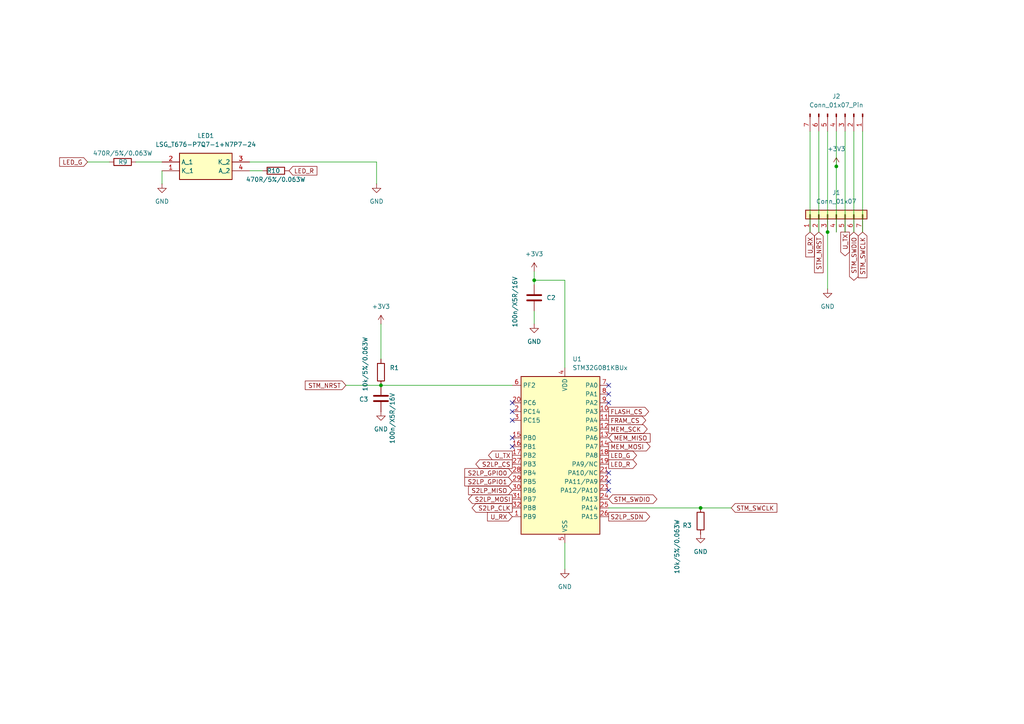
<source format=kicad_sch>
(kicad_sch (version 20231120) (generator "eeschema") (generator_version "8.0")
  (paper "A4")
  (lib_symbols
    (symbol "Connector:Conn_01x07_Pin" (pin_names (offset 1.016) hide)
      (property "Reference" "J" (at 0 10.16 0))
      (property "Value" "Conn_01x07_Pin" (at 0 -10.16 0))
      (symbol "Conn_01x07_Pin_1_1"
        (polyline (pts (xy 1.27 -7.62) (xy 0.8636 -7.62)) (stroke (width 0.1524)))
        (polyline (pts (xy 1.27 -5.08) (xy 0.8636 -5.08)) (stroke (width 0.1524)))
        (polyline (pts (xy 1.27 -2.54) (xy 0.8636 -2.54)) (stroke (width 0.1524)))
        (polyline (pts (xy 1.27 0) (xy 0.8636 0)) (stroke (width 0.1524)))
        (polyline (pts (xy 1.27 2.54) (xy 0.8636 2.54)) (stroke (width 0.1524)))
        (polyline (pts (xy 1.27 5.08) (xy 0.8636 5.08)) (stroke (width 0.1524)))
        (polyline (pts (xy 1.27 7.62) (xy 0.8636 7.62)) (stroke (width 0.1524)))
        (rectangle (start 0.8636 -7.493) (end 0 -7.747) (stroke (width 0.1524)) (fill (type outline)))
        (rectangle (start 0.8636 -4.953) (end 0 -5.207) (stroke (width 0.1524)) (fill (type outline)))
        (rectangle (start 0.8636 -2.413) (end 0 -2.667) (stroke (width 0.1524)) (fill (type outline)))
        (rectangle (start 0.8636 0.127) (end 0 -0.127) (stroke (width 0.1524)) (fill (type outline)))
        (rectangle (start 0.8636 2.667) (end 0 2.413) (stroke (width 0.1524)) (fill (type outline)))
        (rectangle (start 0.8636 5.207) (end 0 4.953) (stroke (width 0.1524)) (fill (type outline)))
        (rectangle (start 0.8636 7.747) (end 0 7.493) (stroke (width 0.1524)) (fill (type outline)))
        (pin passive line (at 5.08 7.62 180) (length 3.81) (name "Pin_1") (number "1"))
        (pin passive line (at 5.08 5.08 180) (length 3.81) (name "Pin_2") (number "2"))
        (pin passive line (at 5.08 2.54 180) (length 3.81) (name "Pin_3") (number "3"))
        (pin passive line (at 5.08 0 180) (length 3.81) (name "Pin_4") (number "4"))
        (pin passive line (at 5.08 -2.54 180) (length 3.81) (name "Pin_5") (number "5"))
        (pin passive line (at 5.08 -5.08 180) (length 3.81) (name "Pin_6") (number "6"))
        (pin passive line (at 5.08 -7.62 180) (length 3.81) (name "Pin_7") (number "7"))
      )
    )
    (symbol "Connector_Generic:Conn_01x07" (pin_names (offset 1.016) hide)
      (property "Reference" "J" (at 0 10.16 0))
      (property "Value" "Conn_01x07" (at 0 -10.16 0))
      (symbol "Conn_01x07_1_1"
        (rectangle (start -1.27 -7.493) (end 0 -7.747) (stroke (width 0.1524)))
        (rectangle (start -1.27 -4.953) (end 0 -5.207) (stroke (width 0.1524)))
        (rectangle (start -1.27 -2.413) (end 0 -2.667) (stroke (width 0.1524)))
        (rectangle (start -1.27 0.127) (end 0 -0.127) (stroke (width 0.1524)))
        (rectangle (start -1.27 2.667) (end 0 2.413) (stroke (width 0.1524)))
        (rectangle (start -1.27 5.207) (end 0 4.953) (stroke (width 0.1524)))
        (rectangle (start -1.27 7.747) (end 0 7.493) (stroke (width 0.1524)))
        (rectangle (start -1.27 8.89) (end 1.27 -8.89) (stroke (width 0.254)) (fill (type background)))
        (pin passive line (at -5.08 7.62 0) (length 3.81) (name "Pin_1") (number "1"))
        (pin passive line (at -5.08 5.08 0) (length 3.81) (name "Pin_2") (number "2"))
        (pin passive line (at -5.08 2.54 0) (length 3.81) (name "Pin_3") (number "3"))
        (pin passive line (at -5.08 0 0) (length 3.81) (name "Pin_4") (number "4"))
        (pin passive line (at -5.08 -2.54 0) (length 3.81) (name "Pin_5") (number "5"))
        (pin passive line (at -5.08 -5.08 0) (length 3.81) (name "Pin_6") (number "6"))
        (pin passive line (at -5.08 -7.62 0) (length 3.81) (name "Pin_7") (number "7"))
      )
    )
    (symbol "Device:C" (pin_numbers hide) (pin_names (offset 0.254))
      (property "Reference" "C" (at 0.635 2.54 0))
      (property "Value" "C" (at 0.635 -2.54 0))
      (symbol "C_0_1"
        (polyline (pts (xy -2.032 -0.762) (xy 2.032 -0.762)) (stroke (width 0.508)))
        (polyline (pts (xy -2.032 0.762) (xy 2.032 0.762)) (stroke (width 0.508)))
      )
      (symbol "C_1_1"
        (pin passive line (at 0 3.81 270) (length 2.794) (name "~") (number "1"))
        (pin passive line (at 0 -3.81 90) (length 2.794) (name "~") (number "2"))
      )
    )
    (symbol "Device:R" (pin_numbers hide) (pin_names (offset 0))
      (property "Reference" "R" (at 2.032 0 90))
      (property "Value" "R" (at 0 0 90))
      (symbol "R_0_1"
        (rectangle (start -1.016 -2.54) (end 1.016 2.54) (stroke (width 0.254)))
      )
      (symbol "R_1_1"
        (pin passive line (at 0 3.81 270) (length 1.27) (name "~") (number "1"))
        (pin passive line (at 0 -3.81 90) (length 1.27) (name "~") (number "2"))
      )
    )
    (symbol "LSG_T676-P7Q7-1+N7P7-24:LSG_T676-P7Q7-1+N7P7-24"
      (property "Reference" "LED" (at 21.59 7.62 0))
      (property "Value" "LSG_T676-P7Q7-1+N7P7-24" (at 21.59 5.08 0))
      (symbol "LSG_T676-P7Q7-1+N7P7-24_1_1"
        (rectangle (start 5.08 2.54) (end 20.32 -5.08) (stroke (width 0.254)) (fill (type background)))
        (pin passive line (at 0 -2.54 0) (length 5.08) (name "K_1") (number "1"))
        (pin passive line (at 0 0 0) (length 5.08) (name "A_1") (number "2"))
        (pin passive line (at 25.4 0 180) (length 5.08) (name "K_2") (number "3"))
        (pin passive line (at 25.4 -2.54 180) (length 5.08) (name "A_2") (number "4"))
      )
    )
    (symbol "MCU_ST_STM32G0:STM32G081KBUx"
      (property "Reference" "U" (at -10.16 24.13 0))
      (property "Value" "STM32G081KBUx" (at 5.08 24.13 0))
      (symbol "STM32G081KBUx_0_1"
        (rectangle (start -10.16 -22.86) (end 12.7 22.86) (stroke (width 0.254)) (fill (type background)))
      )
      (symbol "STM32G081KBUx_1_1"
        (pin bidirectional line (at -12.7 -17.78 0) (length 2.54) (name "PB9") (number "1"))
        (pin bidirectional line (at 15.24 12.7 180) (length 2.54) (name "PA3") (number "10"))
        (pin bidirectional line (at 15.24 10.16 180) (length 2.54) (name "PA4") (number "11"))
        (pin bidirectional line (at 15.24 7.62 180) (length 2.54) (name "PA5") (number "12"))
        (pin bidirectional line (at 15.24 5.08 180) (length 2.54) (name "PA6") (number "13"))
        (pin bidirectional line (at 15.24 2.54 180) (length 2.54) (name "PA7") (number "14"))
        (pin bidirectional line (at -12.7 5.08 0) (length 2.54) (name "PB0") (number "15"))
        (pin bidirectional line (at -12.7 2.54 0) (length 2.54) (name "PB1") (number "16"))
        (pin bidirectional line (at -12.7 0 0) (length 2.54) (name "PB2") (number "17"))
        (pin bidirectional line (at 15.24 0 180) (length 2.54) (name "PA8") (number "18"))
        (pin bidirectional line (at 15.24 -2.54 180) (length 2.54) (name "PA9/NC") (number "19"))
        (pin bidirectional line (at -12.7 12.7 0) (length 2.54) (name "PC14") (number "2"))
        (pin bidirectional line (at -12.7 15.24 0) (length 2.54) (name "PC6") (number "20"))
        (pin bidirectional line (at 15.24 -5.08 180) (length 2.54) (name "PA10/NC") (number "21"))
        (pin bidirectional line (at 15.24 -7.62 180) (length 2.54) (name "PA11/PA9") (number "22"))
        (pin bidirectional line (at 15.24 -10.16 180) (length 2.54) (name "PA12/PA10") (number "23"))
        (pin bidirectional line (at 15.24 -12.7 180) (length 2.54) (name "PA13") (number "24"))
        (pin bidirectional line (at 15.24 -15.24 180) (length 2.54) (name "PA14") (number "25"))
        (pin bidirectional line (at 15.24 -17.78 180) (length 2.54) (name "PA15") (number "26"))
        (pin bidirectional line (at -12.7 -2.54 0) (length 2.54) (name "PB3") (number "27"))
        (pin bidirectional line (at -12.7 -5.08 0) (length 2.54) (name "PB4") (number "28"))
        (pin bidirectional line (at -12.7 -7.62 0) (length 2.54) (name "PB5") (number "29"))
        (pin bidirectional line (at -12.7 10.16 0) (length 2.54) (name "PC15") (number "3"))
        (pin bidirectional line (at -12.7 -10.16 0) (length 2.54) (name "PB6") (number "30"))
        (pin bidirectional line (at -12.7 -12.7 0) (length 2.54) (name "PB7") (number "31"))
        (pin bidirectional line (at -12.7 -15.24 0) (length 2.54) (name "PB8") (number "32"))
        (pin passive line (at 2.54 -25.4 90) (length 2.54) hide (name "VSS") (number "33"))
        (pin power_in line (at 2.54 25.4 270) (length 2.54) (name "VDD") (number "4"))
        (pin power_in line (at 2.54 -25.4 90) (length 2.54) (name "VSS") (number "5"))
        (pin bidirectional line (at -12.7 20.32 0) (length 2.54) (name "PF2") (number "6"))
        (pin bidirectional line (at 15.24 20.32 180) (length 2.54) (name "PA0") (number "7"))
        (pin bidirectional line (at 15.24 17.78 180) (length 2.54) (name "PA1") (number "8"))
        (pin bidirectional line (at 15.24 15.24 180) (length 2.54) (name "PA2") (number "9"))
      )
    )
    (symbol "power:+3V3" (power) (pin_numbers hide) (pin_names (offset 0) hide)
      (property "Value" "+3V3" (at 0 3.556 0))
      (symbol "+3V3_0_1"
        (polyline (pts (xy -0.762 1.27) (xy 0 2.54)))
        (polyline (pts (xy 0 0) (xy 0 2.54)))
        (polyline (pts (xy 0 2.54) (xy 0.762 1.27)))
      )
      (symbol "+3V3_1_1"
        (pin power_in line (at 0 0 90) (length 0) (name "~") (number "1"))
      )
    )
    (symbol "power:GND" (power) (pin_numbers hide) (pin_names (offset 0) hide)
      (property "Value" "GND" (at 0 -3.81 0))
      (symbol "GND_0_1"
        (polyline (pts (xy 0 0) (xy 0 -1.27) (xy 1.27 -1.27) (xy 0 -2.54) (xy -1.27 -1.27) (xy 0 -1.27)))
      )
      (symbol "GND_1_1"
        (pin power_in line (at 0 0 270) (length 0) (name "~") (number "1"))
      )
    )
  )
  (junction (at 110.49 111.76))
  (junction (at 203.2 147.32))
  (junction (at 242.57 48.26))
  (junction (at 240.03 67.31))
  (junction (at 154.94 81.28))
  (no_connect (at 148.59 119.38))
  (no_connect (at 148.59 116.84))
  (no_connect (at 176.53 142.24))
  (no_connect (at 148.59 121.92))
  (no_connect (at 176.53 116.84))
  (no_connect (at 148.59 129.54))
  (no_connect (at 176.53 139.7))
  (no_connect (at 176.53 111.76))
  (no_connect (at 176.53 114.3))
  (no_connect (at 176.53 137.16))
  (no_connect (at 148.59 127))
  (wire (pts (xy 163.83 157.48) (xy 163.83 165.1)))
  (wire (pts (xy 240.03 67.31) (xy 240.03 83.82)))
  (wire (pts (xy 110.49 93.98) (xy 110.49 104.14)))
  (wire (pts (xy 203.2 147.32) (xy 212.09 147.32)))
  (wire (pts (xy 247.65 38.1) (xy 247.65 67.31)))
  (wire (pts (xy 237.49 38.1) (xy 237.49 67.31)))
  (wire (pts (xy 242.57 38.1) (xy 242.57 48.26)))
  (wire (pts (xy 110.49 111.76) (xy 148.59 111.76)))
  (wire (pts (xy 100.33 111.76) (xy 110.49 111.76)))
  (wire (pts (xy 154.94 90.17) (xy 154.94 93.98)))
  (wire (pts (xy 163.83 81.28) (xy 163.83 106.68)))
  (wire (pts (xy 245.11 38.1) (xy 245.11 67.31)))
  (wire (pts (xy 25.4 46.99) (xy 31.75 46.99)))
  (wire (pts (xy 109.22 46.99) (xy 109.22 53.34)))
  (wire (pts (xy 72.39 46.99) (xy 109.22 46.99)))
  (wire (pts (xy 39.37 46.99) (xy 46.99 46.99)))
  (wire (pts (xy 234.95 38.1) (xy 234.95 67.31)))
  (wire (pts (xy 240.03 38.1) (xy 240.03 67.31)))
  (wire (pts (xy 176.53 147.32) (xy 203.2 147.32)))
  (wire (pts (xy 46.99 49.53) (xy 46.99 53.34)))
  (wire (pts (xy 154.94 81.28) (xy 163.83 81.28)))
  (wire (pts (xy 154.94 78.74) (xy 154.94 81.28)))
  (wire (pts (xy 250.19 38.1) (xy 250.19 67.31)))
  (wire (pts (xy 72.39 49.53) (xy 76.2 49.53)))
  (wire (pts (xy 242.57 48.26) (xy 242.57 67.31)))
  (wire (pts (xy 154.94 81.28) (xy 154.94 82.55)))
  (global_label "FRAM_CS" (shape output) (at 176.53 121.92 0) (property "Intersheetrefs" "${INTERSHEET_REFS}" (effects (hide yes))))
  (global_label "MEM_MOSI" (shape output) (at 176.53 129.54 0) (property "Intersheetrefs" "${INTERSHEET_REFS}" (effects (hide yes))))
  (global_label "S2LP_CS" (shape output) (at 148.59 134.62 180) (property "Intersheetrefs" "${INTERSHEET_REFS}" (effects (hide yes))))
  (global_label "STM_NRST" (shape input) (at 100.33 111.76 180) (property "Intersheetrefs" "${INTERSHEET_REFS}" (effects (hide yes))))
  (global_label "S2LP_MOSI" (shape output) (at 148.59 144.78 180) (property "Intersheetrefs" "${INTERSHEET_REFS}" (effects (hide yes))))
  (global_label "S2LP_CLK" (shape output) (at 148.59 147.32 180) (property "Intersheetrefs" "${INTERSHEET_REFS}" (effects (hide yes))))
  (global_label "S2LP_GPIO1" (shape input) (at 148.59 139.7 180) (property "Intersheetrefs" "${INTERSHEET_REFS}" (effects (hide yes))))
  (global_label "STM_NRST" (shape input) (at 237.49 67.31 270) (property "Intersheetrefs" "${INTERSHEET_REFS}" (effects (hide yes))))
  (global_label "U_RX" (shape input) (at 234.95 67.31 270) (property "Intersheetrefs" "${INTERSHEET_REFS}" (effects (hide yes))))
  (global_label "LED_R" (shape input) (at 83.82 49.53 0) (property "Intersheetrefs" "${INTERSHEET_REFS}" (effects (hide yes))))
  (global_label "S2LP_GPIO0" (shape input) (at 148.59 137.16 180) (property "Intersheetrefs" "${INTERSHEET_REFS}" (effects (hide yes))))
  (global_label "LED_R" (shape output) (at 176.53 134.62 0) (property "Intersheetrefs" "${INTERSHEET_REFS}" (effects (hide yes))))
  (global_label "U_RX" (shape input) (at 148.59 149.86 180) (property "Intersheetrefs" "${INTERSHEET_REFS}" (effects (hide yes))))
  (global_label "U_TX" (shape output) (at 148.59 132.08 180) (property "Intersheetrefs" "${INTERSHEET_REFS}" (effects (hide yes))))
  (global_label "LED_G" (shape input) (at 25.4 46.99 180) (property "Intersheetrefs" "${INTERSHEET_REFS}" (effects (hide yes))))
  (global_label "STM_SWCLK" (shape input) (at 212.09 147.32 0) (property "Intersheetrefs" "${INTERSHEET_REFS}" (effects (hide yes))))
  (global_label "U_TX" (shape output) (at 245.11 67.31 270) (property "Intersheetrefs" "${INTERSHEET_REFS}" (effects (hide yes))))
  (global_label "S2LP_SDN" (shape output) (at 176.53 149.86 0) (property "Intersheetrefs" "${INTERSHEET_REFS}" (effects (hide yes))))
  (global_label "MEM_SCK" (shape output) (at 176.53 124.46 0) (property "Intersheetrefs" "${INTERSHEET_REFS}" (effects (hide yes))))
  (global_label "MEM_MISO" (shape input) (at 176.53 127 0) (property "Intersheetrefs" "${INTERSHEET_REFS}" (effects (hide yes))))
  (global_label "STM_SWCLK" (shape input) (at 250.19 67.31 270) (property "Intersheetrefs" "${INTERSHEET_REFS}" (effects (hide yes))))
  (global_label "STM_SWDIO" (shape bidirectional) (at 247.65 67.31 270) (property "Intersheetrefs" "${INTERSHEET_REFS}" (effects (hide yes))))
  (global_label "STM_SWDIO" (shape bidirectional) (at 176.53 144.78 0) (property "Intersheetrefs" "${INTERSHEET_REFS}" (effects (hide yes))))
  (global_label "S2LP_MISO" (shape input) (at 148.59 142.24 180) (property "Intersheetrefs" "${INTERSHEET_REFS}" (effects (hide yes))))
  (global_label "LED_G" (shape output) (at 176.53 132.08 0) (property "Intersheetrefs" "${INTERSHEET_REFS}" (effects (hide yes))))
  (global_label "FLASH_CS" (shape output) (at 176.53 119.38 0) (property "Intersheetrefs" "${INTERSHEET_REFS}" (effects (hide yes))))
  (symbol (lib_id "power:+3V3") (at 242.57 48.26 0) (unit 1)
    (property "Reference" "#PWR040" (effects (hide yes)))
    (property "Value" "+3V3" (at 242.57 43.18 0))
    (property "Description" "Power symbol creates a global label with name \"+3V3\"" (effects (hide yes)))
  )
  (symbol (lib_id "Device:R") (at 35.56 46.99 270) (unit 1)
    (property "Reference" "R9" (at 34.29 46.99 90) (effects (justify left)))
    (property "Value" "470R/5%/0.063W" (at 26.924 44.45 90) (effects (justify left)))
    (property "Footprint" "Resistor_SMD:R_0402_1005Metric" (effects (hide yes)))
    (property "Description" "Resistor" (effects (hide yes)))
  )
  (symbol (lib_id "power:GND") (at 109.22 53.34 0) (unit 1)
    (property "Reference" "#PWR037" (effects (hide yes)))
    (property "Value" "GND" (at 109.22 58.42 0))
    (property "Description" "Power symbol creates a global label with name \"GND\" , ground" (effects (hide yes)))
  )
  (symbol (lib_id "power:GND") (at 203.2 154.94 0) (unit 1)
    (property "Reference" "#PWR028" (effects (hide yes)))
    (property "Value" "GND" (at 203.2 160.02 0))
    (property "Description" "Power symbol creates a global label with name \"GND\" , ground" (effects (hide yes)))
  )
  (symbol (lib_id "power:+3V3") (at 110.49 93.98 0) (unit 1)
    (property "Reference" "#PWR03" (effects (hide yes)))
    (property "Value" "+3V3" (at 110.49 88.9 0))
    (property "Description" "Power symbol creates a global label with name \"+3V3\"" (effects (hide yes)))
  )
  (symbol (lib_id "Device:R") (at 203.2 151.13 180) (unit 1)
    (property "Reference" "R3" (at 200.66 152.4001 0) (effects (justify left)))
    (property "Value" "10k/5%/0.063W" (at 196.342 150.622 90) (effects (justify left)))
    (property "Footprint" "Resistor_SMD:R_0402_1005Metric" (effects (hide yes)))
    (property "Description" "Resistor" (effects (hide yes)))
  )
  (symbol (lib_id "Device:C") (at 110.49 115.57 0) (unit 1)
    (property "Reference" "C3" (at 104.14 115.824 0) (effects (justify left)))
    (property "Value" "100n/X5R/16V" (at 113.792 128.778 90) (effects (justify left)))
    (property "Footprint" "Capacitor_SMD:C_0402_1005Metric" (effects (hide yes)))
    (property "Description" "Unpolarized capacitor" (effects (hide yes)))
  )
  (symbol (lib_id "MCU_ST_STM32G0:STM32G081KBUx") (at 161.29 132.08 0) (unit 1)
    (property "Reference" "U1" (at 166.0241 104.14 0) (effects (justify left)))
    (property "Value" "STM32G081KBUx" (at 166.0241 106.68 0) (effects (justify left)))
    (property "Footprint" "Package_DFN_QFN:QFN-32-1EP_5x5mm_P0.5mm_EP3.45x3.45mm" (effects (hide yes)))
    (property "Datasheet" "https://www.st.com/resource/en/datasheet/stm32g081kb.pdf" (effects (hide yes)))
    (property "Description" "STMicroelectronics Arm Cortex-M0+ MCU, 128KB flash, 36KB RAM, 64 MHz, 1.7-3.6V, 30 GPIO, UFQFPN32" (effects (hide yes)))
  )
  (symbol (lib_id "Device:R") (at 80.01 49.53 90) (unit 1)
    (property "Reference" "R10" (at 81.28 49.53 90) (effects (justify left)))
    (property "Value" "470R/5%/0.063W" (at 88.646 52.07 90) (effects (justify left)))
    (property "Footprint" "Resistor_SMD:R_0402_1005Metric" (effects (hide yes)))
    (property "Description" "Resistor" (effects (hide yes)))
  )
  (symbol (lib_id "LSG_T676-P7Q7-1+N7P7-24:LSG_T676-P7Q7-1+N7P7-24") (at 46.99 46.99 0) (unit 1)
    (property "Reference" "LED1" (at 59.69 39.37 0))
    (property "Value" "LSG_T676-P7Q7-1+N7P7-24" (at 59.69 41.91 0))
    (property "Footprint" "Footprints:LSGT676P7Q71N7P724" (effects (hide yes)))
    (property "Datasheet" "https://www.mouser.it/datasheet/2/311/LSGT676-MultiTOPLED-769304.pdf" (effects (hide yes)))
    (property "Description" "Standard LEDs - SMD Red/Green 633/570nm" (effects (hide yes)))
    (property "Height" "2.1" (effects (hide yes)))
    (property "Manufacturer_Name" "ams OSRAM" (effects (hide yes)))
    (property "Manufacturer_Part_Number" "LSG T676-P7Q7-1+N7P7-24" (effects (hide yes)))
    (property "Mouser Part Number" "720-LSGT676P7Q71N7P7" (effects (hide yes)))
    (property "Mouser Price/Stock" "https://www.mouser.co.uk/ProductDetail/ams-OSRAM/LSG-T676-P7Q7-1%2bN7P7-24?qs=KeLXQb9Uup3lwgHx5MHRHQ%3D%3D" (effects (hide yes)))
  )
  (symbol (lib_id "power:GND") (at 110.49 119.38 0) (unit 1)
    (property "Reference" "#PWR04" (effects (hide yes)))
    (property "Value" "GND" (at 110.49 124.46 0))
    (property "Description" "Power symbol creates a global label with name \"GND\" , ground" (effects (hide yes)))
  )
  (symbol (lib_id "power:GND") (at 240.03 83.82 0) (unit 1)
    (property "Reference" "#PWR039" (effects (hide yes)))
    (property "Value" "GND" (at 240.03 88.9 0))
    (property "Description" "Power symbol creates a global label with name \"GND\" , ground" (effects (hide yes)))
  )
  (symbol (lib_id "Device:R") (at 110.49 107.95 0) (unit 1)
    (property "Reference" "R1" (at 113.03 106.6799 0) (effects (justify left)))
    (property "Value" "10k/5%/0.063W" (at 105.918 113.538 90) (effects (justify left)))
    (property "Footprint" "Resistor_SMD:R_0402_1005Metric" (effects (hide yes)))
    (property "Description" "Resistor" (effects (hide yes)))
  )
  (symbol (lib_id "power:GND") (at 154.94 93.98 0) (unit 1)
    (property "Reference" "#PWR02" (effects (hide yes)))
    (property "Value" "GND" (at 154.94 99.06 0))
    (property "Description" "Power symbol creates a global label with name \"GND\" , ground" (effects (hide yes)))
  )
  (symbol (lib_id "power:GND") (at 163.83 165.1 0) (unit 1)
    (property "Reference" "#PWR027" (effects (hide yes)))
    (property "Value" "GND" (at 163.83 170.18 0))
    (property "Description" "Power symbol creates a global label with name \"GND\" , ground" (effects (hide yes)))
  )
  (symbol (lib_id "Connector_Generic:Conn_01x07") (at 242.57 62.23 90) (unit 1)
    (property "Reference" "J1" (at 242.57 55.88 90))
    (property "Value" "Conn_01x07" (at 242.57 58.42 90))
    (property "Footprint" "Connector_PinHeader_2.54mm:PinHeader_1x07_P2.54mm_Vertical" (effects (hide yes)))
    (property "Description" "Generic connector, single row, 01x07, script generated (kicad-library-utils/schlib/autogen/connector/)" (effects (hide yes)))
  )
  (symbol (lib_id "power:GND") (at 46.99 53.34 0) (unit 1)
    (property "Reference" "#PWR038" (effects (hide yes)))
    (property "Value" "GND" (at 46.99 58.42 0))
    (property "Description" "Power symbol creates a global label with name \"GND\" , ground" (effects (hide yes)))
  )
  (symbol (lib_id "Connector:Conn_01x07_Pin") (at 242.57 33.02 270) (unit 1)
    (property "Reference" "J2" (at 242.57 27.94 90))
    (property "Value" "Conn_01x07_Pin" (at 242.57 30.48 90))
    (property "Footprint" "Footprints:Conn_1x7_SMD" (effects (hide yes)))
    (property "Description" "Generic connector, single row, 01x07, script generated" (effects (hide yes)))
  )
  (symbol (lib_id "Device:C") (at 154.94 86.36 0) (unit 1)
    (property "Reference" "C2" (at 158.496 86.36 0) (effects (justify left)))
    (property "Value" "100n/X5R/16V" (at 149.352 94.996 90) (effects (justify left)))
    (property "Footprint" "Capacitor_SMD:C_0402_1005Metric" (effects (hide yes)))
    (property "Description" "Unpolarized capacitor" (effects (hide yes)))
  )
  (symbol (lib_id "power:+3V3") (at 154.94 78.74 0) (unit 1)
    (property "Reference" "#PWR01" (effects (hide yes)))
    (property "Value" "+3V3" (at 154.94 73.66 0))
    (property "Description" "Power symbol creates a global label with name \"+3V3\"" (effects (hide yes)))
  )
)
</source>
